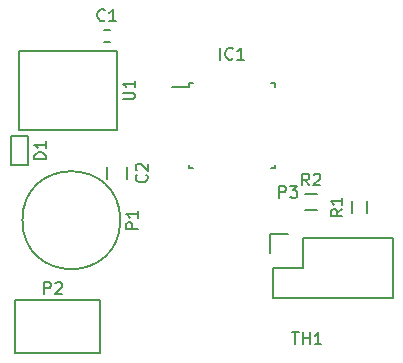
<source format=gto>
G04 #@! TF.FileFunction,Legend,Top*
%FSLAX46Y46*%
G04 Gerber Fmt 4.6, Leading zero omitted, Abs format (unit mm)*
G04 Created by KiCad (PCBNEW 4.0.2-stable) date Wed 04 May 2016 01:37:53 PM EDT*
%MOMM*%
G01*
G04 APERTURE LIST*
%ADD10C,0.100000*%
%ADD11C,0.150000*%
G04 APERTURE END LIST*
D10*
D11*
X125250000Y-55125000D02*
X124750000Y-55125000D01*
X124750000Y-56075000D02*
X125250000Y-56075000D01*
X126750000Y-67700000D02*
X126750000Y-66700000D01*
X125050000Y-66700000D02*
X125050000Y-67700000D01*
X118350000Y-66550000D02*
X116850000Y-66550000D01*
X118350000Y-64050000D02*
X118350000Y-66550000D01*
X116850000Y-64050000D02*
X118350000Y-64050000D01*
X116850000Y-66550000D02*
X116850000Y-64050000D01*
X131975000Y-59575000D02*
X131975000Y-59900000D01*
X139225000Y-59575000D02*
X139225000Y-59900000D01*
X139225000Y-66825000D02*
X139225000Y-66500000D01*
X131975000Y-66825000D02*
X131975000Y-66500000D01*
X131975000Y-59575000D02*
X132300000Y-59575000D01*
X131975000Y-66825000D02*
X132300000Y-66825000D01*
X139225000Y-66825000D02*
X138900000Y-66825000D01*
X139225000Y-59575000D02*
X138900000Y-59575000D01*
X131975000Y-59900000D02*
X130550000Y-59900000D01*
X126143670Y-71200000D02*
G75*
G03X126143670Y-71200000I-4143670J0D01*
G01*
X124440000Y-82485000D02*
X118440000Y-82485000D01*
X124440000Y-77985000D02*
X124440000Y-82485000D01*
X117190000Y-77985000D02*
X124440000Y-77985000D01*
X117190000Y-82485000D02*
X117190000Y-77985000D01*
X118440000Y-82485000D02*
X117190000Y-82485000D01*
X147075000Y-69600000D02*
X147075000Y-70600000D01*
X145725000Y-70600000D02*
X145725000Y-69600000D01*
X142800000Y-70375000D02*
X141800000Y-70375000D01*
X141800000Y-69025000D02*
X142800000Y-69025000D01*
X125850000Y-63600000D02*
X123100000Y-63600000D01*
X125850000Y-56850000D02*
X125850000Y-63600000D01*
X117600000Y-56850000D02*
X125850000Y-56850000D01*
X117600000Y-63600000D02*
X117600000Y-56850000D01*
X123100000Y-63600000D02*
X117600000Y-63600000D01*
X141615000Y-72680000D02*
X149235000Y-72680000D01*
X149235000Y-72680000D02*
X149235000Y-77760000D01*
X149235000Y-77760000D02*
X139075000Y-77760000D01*
X139075000Y-77760000D02*
X139075000Y-75220000D01*
X140345000Y-72400000D02*
X138795000Y-72400000D01*
X139075000Y-75220000D02*
X141615000Y-75220000D01*
X141615000Y-75220000D02*
X141615000Y-72680000D01*
X138795000Y-72400000D02*
X138795000Y-73950000D01*
X124833334Y-54257143D02*
X124785715Y-54304762D01*
X124642858Y-54352381D01*
X124547620Y-54352381D01*
X124404762Y-54304762D01*
X124309524Y-54209524D01*
X124261905Y-54114286D01*
X124214286Y-53923810D01*
X124214286Y-53780952D01*
X124261905Y-53590476D01*
X124309524Y-53495238D01*
X124404762Y-53400000D01*
X124547620Y-53352381D01*
X124642858Y-53352381D01*
X124785715Y-53400000D01*
X124833334Y-53447619D01*
X125785715Y-54352381D02*
X125214286Y-54352381D01*
X125500000Y-54352381D02*
X125500000Y-53352381D01*
X125404762Y-53495238D01*
X125309524Y-53590476D01*
X125214286Y-53638095D01*
X128357143Y-67366666D02*
X128404762Y-67414285D01*
X128452381Y-67557142D01*
X128452381Y-67652380D01*
X128404762Y-67795238D01*
X128309524Y-67890476D01*
X128214286Y-67938095D01*
X128023810Y-67985714D01*
X127880952Y-67985714D01*
X127690476Y-67938095D01*
X127595238Y-67890476D01*
X127500000Y-67795238D01*
X127452381Y-67652380D01*
X127452381Y-67557142D01*
X127500000Y-67414285D01*
X127547619Y-67366666D01*
X127547619Y-66985714D02*
X127500000Y-66938095D01*
X127452381Y-66842857D01*
X127452381Y-66604761D01*
X127500000Y-66509523D01*
X127547619Y-66461904D01*
X127642857Y-66414285D01*
X127738095Y-66414285D01*
X127880952Y-66461904D01*
X128452381Y-67033333D01*
X128452381Y-66414285D01*
X119852381Y-66038095D02*
X118852381Y-66038095D01*
X118852381Y-65800000D01*
X118900000Y-65657142D01*
X118995238Y-65561904D01*
X119090476Y-65514285D01*
X119280952Y-65466666D01*
X119423810Y-65466666D01*
X119614286Y-65514285D01*
X119709524Y-65561904D01*
X119804762Y-65657142D01*
X119852381Y-65800000D01*
X119852381Y-66038095D01*
X119852381Y-64514285D02*
X119852381Y-65085714D01*
X119852381Y-64800000D02*
X118852381Y-64800000D01*
X118995238Y-64895238D01*
X119090476Y-64990476D01*
X119138095Y-65085714D01*
X134623810Y-57602381D02*
X134623810Y-56602381D01*
X135671429Y-57507143D02*
X135623810Y-57554762D01*
X135480953Y-57602381D01*
X135385715Y-57602381D01*
X135242857Y-57554762D01*
X135147619Y-57459524D01*
X135100000Y-57364286D01*
X135052381Y-57173810D01*
X135052381Y-57030952D01*
X135100000Y-56840476D01*
X135147619Y-56745238D01*
X135242857Y-56650000D01*
X135385715Y-56602381D01*
X135480953Y-56602381D01*
X135623810Y-56650000D01*
X135671429Y-56697619D01*
X136623810Y-57602381D02*
X136052381Y-57602381D01*
X136338095Y-57602381D02*
X136338095Y-56602381D01*
X136242857Y-56745238D01*
X136147619Y-56840476D01*
X136052381Y-56888095D01*
X127652381Y-71938095D02*
X126652381Y-71938095D01*
X126652381Y-71557142D01*
X126700000Y-71461904D01*
X126747619Y-71414285D01*
X126842857Y-71366666D01*
X126985714Y-71366666D01*
X127080952Y-71414285D01*
X127128571Y-71461904D01*
X127176190Y-71557142D01*
X127176190Y-71938095D01*
X127652381Y-70414285D02*
X127652381Y-70985714D01*
X127652381Y-70700000D02*
X126652381Y-70700000D01*
X126795238Y-70795238D01*
X126890476Y-70890476D01*
X126938095Y-70985714D01*
X119701905Y-77437381D02*
X119701905Y-76437381D01*
X120082858Y-76437381D01*
X120178096Y-76485000D01*
X120225715Y-76532619D01*
X120273334Y-76627857D01*
X120273334Y-76770714D01*
X120225715Y-76865952D01*
X120178096Y-76913571D01*
X120082858Y-76961190D01*
X119701905Y-76961190D01*
X120654286Y-76532619D02*
X120701905Y-76485000D01*
X120797143Y-76437381D01*
X121035239Y-76437381D01*
X121130477Y-76485000D01*
X121178096Y-76532619D01*
X121225715Y-76627857D01*
X121225715Y-76723095D01*
X121178096Y-76865952D01*
X120606667Y-77437381D01*
X121225715Y-77437381D01*
X144952381Y-70266666D02*
X144476190Y-70600000D01*
X144952381Y-70838095D02*
X143952381Y-70838095D01*
X143952381Y-70457142D01*
X144000000Y-70361904D01*
X144047619Y-70314285D01*
X144142857Y-70266666D01*
X144285714Y-70266666D01*
X144380952Y-70314285D01*
X144428571Y-70361904D01*
X144476190Y-70457142D01*
X144476190Y-70838095D01*
X144952381Y-69314285D02*
X144952381Y-69885714D01*
X144952381Y-69600000D02*
X143952381Y-69600000D01*
X144095238Y-69695238D01*
X144190476Y-69790476D01*
X144238095Y-69885714D01*
X142133334Y-68252381D02*
X141800000Y-67776190D01*
X141561905Y-68252381D02*
X141561905Y-67252381D01*
X141942858Y-67252381D01*
X142038096Y-67300000D01*
X142085715Y-67347619D01*
X142133334Y-67442857D01*
X142133334Y-67585714D01*
X142085715Y-67680952D01*
X142038096Y-67728571D01*
X141942858Y-67776190D01*
X141561905Y-67776190D01*
X142514286Y-67347619D02*
X142561905Y-67300000D01*
X142657143Y-67252381D01*
X142895239Y-67252381D01*
X142990477Y-67300000D01*
X143038096Y-67347619D01*
X143085715Y-67442857D01*
X143085715Y-67538095D01*
X143038096Y-67680952D01*
X142466667Y-68252381D01*
X143085715Y-68252381D01*
X126352381Y-60961905D02*
X127161905Y-60961905D01*
X127257143Y-60914286D01*
X127304762Y-60866667D01*
X127352381Y-60771429D01*
X127352381Y-60580952D01*
X127304762Y-60485714D01*
X127257143Y-60438095D01*
X127161905Y-60390476D01*
X126352381Y-60390476D01*
X127352381Y-59390476D02*
X127352381Y-59961905D01*
X127352381Y-59676191D02*
X126352381Y-59676191D01*
X126495238Y-59771429D01*
X126590476Y-59866667D01*
X126638095Y-59961905D01*
X140689286Y-80702381D02*
X141260715Y-80702381D01*
X140975000Y-81702381D02*
X140975000Y-80702381D01*
X141594048Y-81702381D02*
X141594048Y-80702381D01*
X141594048Y-81178571D02*
X142165477Y-81178571D01*
X142165477Y-81702381D02*
X142165477Y-80702381D01*
X143165477Y-81702381D02*
X142594048Y-81702381D01*
X142879762Y-81702381D02*
X142879762Y-80702381D01*
X142784524Y-80845238D01*
X142689286Y-80940476D01*
X142594048Y-80988095D01*
X139606905Y-69302381D02*
X139606905Y-68302381D01*
X139987858Y-68302381D01*
X140083096Y-68350000D01*
X140130715Y-68397619D01*
X140178334Y-68492857D01*
X140178334Y-68635714D01*
X140130715Y-68730952D01*
X140083096Y-68778571D01*
X139987858Y-68826190D01*
X139606905Y-68826190D01*
X140511667Y-68302381D02*
X141130715Y-68302381D01*
X140797381Y-68683333D01*
X140940239Y-68683333D01*
X141035477Y-68730952D01*
X141083096Y-68778571D01*
X141130715Y-68873810D01*
X141130715Y-69111905D01*
X141083096Y-69207143D01*
X141035477Y-69254762D01*
X140940239Y-69302381D01*
X140654524Y-69302381D01*
X140559286Y-69254762D01*
X140511667Y-69207143D01*
M02*

</source>
